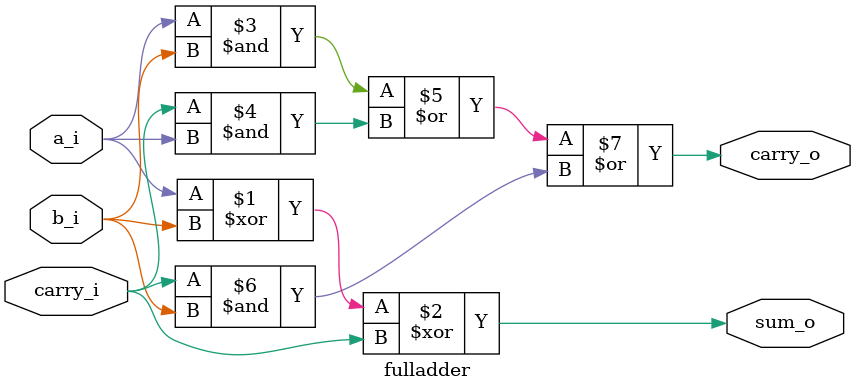
<source format=sv>
`timescale 1ns / 1ps

module fulladder(
                input   a_i,
                input   b_i,
                input   carry_i,
                output  sum_o,
                output  carry_o
    );
assign sum_o = a_i ^ b_i ^ carry_i;
assign carry_o = (a_i & b_i) | ( carry_i & a_i) | (carry_i & b_i);  
endmodule



</source>
